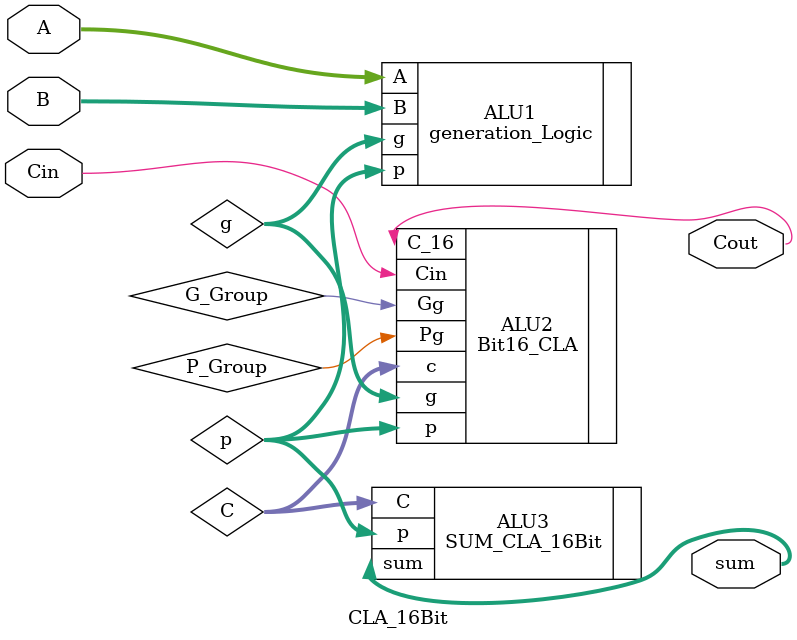
<source format=v>


module CLA_16Bit(
    input [15:0] A,B,
    input Cin ,
    output [15:0] sum,
    output Cout
    );
    wire [15:0] p;
    wire [15:0] g;
    wire  P_Group;
    wire  G_Group;
 
    wire [15:0] C;
     
    generation_Logic ALU1(
            .A(A),
            .B(B),
            .g(g),
            .p(p)
            
            );
            
                Bit16_CLA ALU2(
                .p(p),
                .g(g),
                .Cin(Cin),
                .c(C),
                .Pg(P_Group),
                .Gg(G_Group),
                .C_16(Cout)
                );
                
                
       
        SUM_CLA_16Bit ALU3(
            .C({C[15:0]}),
            .p(p),
            .sum(sum)
            );
            
        
   
endmodule

</source>
